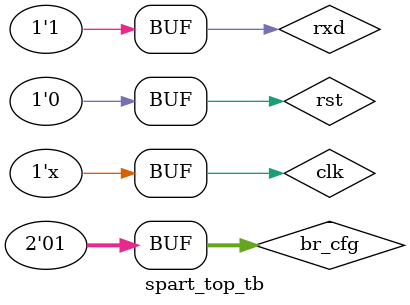
<source format=v>
`timescale 1ns / 1ps
module top_level(
    input clk,         // 100mhz clock
    input rst,         // Asynchronous reset, tied to dip switch 0
    output txd,        // RS232 Transmit Data
    input rxd,         // RS232 Recieve Data
    input [1:0] br_cfg // Baud Rate Configuration, Tied to dip switches 2 and 3
    );
	
	wire iocs;
	wire iorw;
	wire rda;
	wire tbr;
	wire [1:0] ioaddr;
	wire [7:0] databus;
	
	// Instantiate your SPART here
	spart spart0( .clk(clk),
                 .rst(rst),
					  .iocs(iocs),
					  .iorw(iorw),
					  .rda(rda),
					  .tbr(tbr),
					  .ioaddr(ioaddr),
					  .databus(databus),
					  .txd(txd),
					  .rxd(rxd)
					);

	// Instantiate your driver here
	driver driver0( .clk(clk),
	                .rst(rst),
						 .br_cfg(br_cfg),
						 .iocs(iocs),
						 .iorw(iorw),
						 .rda(rda),
						 .tbr(tbr),
						 .ioaddr(ioaddr),
						 .databus(databus)
					 );
					 
endmodule

module spart_top_tb ();

	reg clk;       
    reg rst;        
    wire txd;       
    reg rxd;       
    reg [1:0] br_cfg;
	
	top_level top_level0 (clk,rst,txd,rxd,br_cfg);
	
	initial begin
	rst =1;
	clk = 0;
	
	br_cfg = 2'b01;
	
	#22  rst = 0;
	
	end
	
	always 
	#5 clk = ~clk;
	
	initial begin
	rxd = 1;
	#640 rxd = 0; // start bit
	#10417 rxd = 1;
	#10417 rxd = 0;
	#10417 rxd = 1;
	#10417 rxd = 0;
	#10417 rxd = 0;
	#10417 rxd = 0;
	#10417 rxd = 1;
	#10417 rxd = 0;
	#10417 rxd = 1; // stop
	
	end
endmodule	
	
	
</source>
